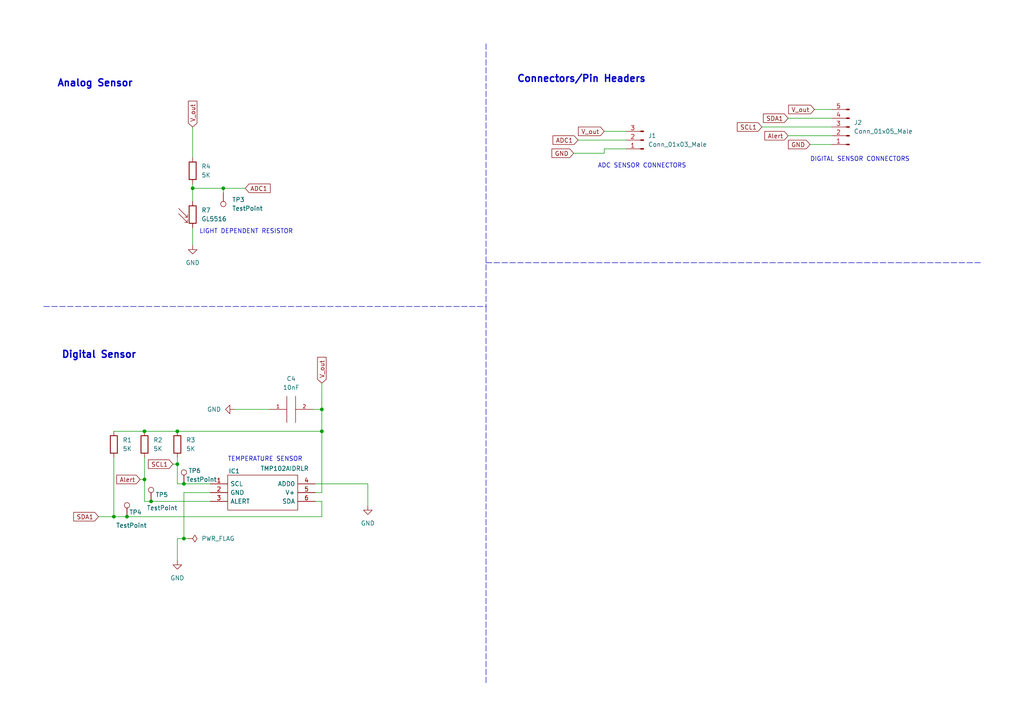
<source format=kicad_sch>
(kicad_sch (version 20211123) (generator eeschema)
  (paper "A4")
  (title_block (title "Sensing SubModule") (date "2022-03-10") (rev "1") (company "University of Cape Town") (comment 4 "Author: Lukhanyo Vena"))
  (lib_symbols
    (symbol "Connector:Conn_01x03_Male" (pin_names (offset 1.016) hide)
      (property "Reference" "J" (at 0 5.08 0))
      (property "Value" "Conn_01x03_Male" (at 0 -5.08 0))
      (symbol "Conn_01x03_Male_1_1"
        (polyline (pts (xy 1.27 -2.54) (xy 0.8636 -2.54)) (stroke (width 0.1524)))
        (polyline (pts (xy 1.27 0) (xy 0.8636 0)) (stroke (width 0.1524)))
        (polyline (pts (xy 1.27 2.54) (xy 0.8636 2.54)) (stroke (width 0.1524)))
        (rectangle (start 0.8636 -2.413) (end 0 -2.667) (stroke (width 0.1524)) (fill (type outline)))
        (rectangle (start 0.8636 0.127) (end 0 -0.127) (stroke (width 0.1524)) (fill (type outline)))
        (rectangle (start 0.8636 2.667) (end 0 2.413) (stroke (width 0.1524)) (fill (type outline)))
        (pin passive line (at 5.08 2.54 180) (length 3.81) (name "Pin_1") (number "1"))
        (pin passive line (at 5.08 0 180) (length 3.81) (name "Pin_2") (number "2"))
        (pin passive line (at 5.08 -2.54 180) (length 3.81) (name "Pin_3") (number "3"))
      )
    )
    (symbol "Connector:Conn_01x05_Male" (pin_names (offset 1.016) hide)
      (property "Reference" "J" (at 0 7.62 0))
      (property "Value" "Conn_01x05_Male" (at 0 -7.62 0))
      (symbol "Conn_01x05_Male_1_1"
        (polyline (pts (xy 1.27 -5.08) (xy 0.8636 -5.08)) (stroke (width 0.1524)))
        (polyline (pts (xy 1.27 -2.54) (xy 0.8636 -2.54)) (stroke (width 0.1524)))
        (polyline (pts (xy 1.27 0) (xy 0.8636 0)) (stroke (width 0.1524)))
        (polyline (pts (xy 1.27 2.54) (xy 0.8636 2.54)) (stroke (width 0.1524)))
        (polyline (pts (xy 1.27 5.08) (xy 0.8636 5.08)) (stroke (width 0.1524)))
        (rectangle (start 0.8636 -4.953) (end 0 -5.207) (stroke (width 0.1524)) (fill (type outline)))
        (rectangle (start 0.8636 -2.413) (end 0 -2.667) (stroke (width 0.1524)) (fill (type outline)))
        (rectangle (start 0.8636 0.127) (end 0 -0.127) (stroke (width 0.1524)) (fill (type outline)))
        (rectangle (start 0.8636 2.667) (end 0 2.413) (stroke (width 0.1524)) (fill (type outline)))
        (rectangle (start 0.8636 5.207) (end 0 4.953) (stroke (width 0.1524)) (fill (type outline)))
        (pin passive line (at 5.08 5.08 180) (length 3.81) (name "Pin_1") (number "1"))
        (pin passive line (at 5.08 2.54 180) (length 3.81) (name "Pin_2") (number "2"))
        (pin passive line (at 5.08 0 180) (length 3.81) (name "Pin_3") (number "3"))
        (pin passive line (at 5.08 -2.54 180) (length 3.81) (name "Pin_4") (number "4"))
        (pin passive line (at 5.08 -5.08 180) (length 3.81) (name "Pin_5") (number "5"))
      )
    )
    (symbol "Connector:TestPoint" (pin_numbers hide) (pin_names (offset 0.762) hide)
      (property "Reference" "TP" (at 0 6.858 0))
      (property "Value" "TestPoint" (at 0 5.08 0))
      (symbol "TestPoint_0_1"
        (circle (center 0 3.302) (radius 0.762))
      )
      (symbol "TestPoint_1_1"
        (pin passive line (at 0 0 90) (length 2.54) (name "1") (number "1"))
      )
    )
    (symbol "Device:R" (pin_numbers hide) (pin_names (offset 0))
      (property "Reference" "R" (at 2.032 0 90))
      (property "Value" "R" (at 0 0 90))
      (symbol "R_0_1"
        (rectangle (start -1.016 -2.54) (end 1.016 2.54) (stroke (width 0.254)))
      )
      (symbol "R_1_1"
        (pin passive line (at 0 3.81 270) (length 1.27) (name "~") (number "1"))
        (pin passive line (at 0 -3.81 90) (length 1.27) (name "~") (number "2"))
      )
    )
    (symbol "Sensor_Optical:LDR03" (pin_numbers hide) (pin_names (offset 0))
      (property "Reference" "R" (at -5.08 0 90))
      (property "Value" "LDR03" (at 1.905 0 90))
      (symbol "LDR03_0_1"
        (rectangle (start -1.016 2.54) (end 1.016 -2.54) (stroke (width 0.254)))
        (polyline (pts (xy -1.524 -2.286) (xy -4.064 0.254)))
        (polyline (pts (xy -1.524 -2.286) (xy -2.286 -2.286)))
        (polyline (pts (xy -1.524 -2.286) (xy -1.524 -1.524)))
        (polyline (pts (xy -1.524 -0.762) (xy -4.064 1.778)))
        (polyline (pts (xy -1.524 -0.762) (xy -2.286 -0.762)))
        (polyline (pts (xy -1.524 -0.762) (xy -1.524 0)))
      )
      (symbol "LDR03_1_1"
        (pin passive line (at 0 3.81 270) (length 1.27) (name "~") (number "1"))
        (pin passive line (at 0 -3.81 90) (length 1.27) (name "~") (number "2"))
      )
    )
    (symbol "TEMP:TMP102AIDRLR" (pin_names (offset 0.762))
      (property "Reference" "IC" (at 26.67 7.62 0))
      (property "Value" "TMP102AIDRLR" (at 26.67 5.08 0))
      (symbol "TMP102AIDRLR_0_0"
        (pin passive line (at 0 0 0) (length 5.08) (name "SCL") (number "1"))
        (pin passive line (at 0 -2.54 0) (length 5.08) (name "GND") (number "2"))
        (pin passive line (at 0 -5.08 0) (length 5.08) (name "ALERT") (number "3"))
        (pin passive line (at 30.48 0 180) (length 5.08) (name "ADD0") (number "4"))
        (pin passive line (at 30.48 -2.54 180) (length 5.08) (name "V+") (number "5"))
        (pin passive line (at 30.48 -5.08 180) (length 5.08) (name "SDA") (number "6"))
      )
      (symbol "TMP102AIDRLR_0_1"
        (polyline (pts (xy 5.08 2.54) (xy 25.4 2.54) (xy 25.4 -7.62) (xy 5.08 -7.62) (xy 5.08 2.54)) (stroke (width 0.1524)))
      )
    )
    (symbol "power:GND" (power) (pin_names (offset 0))
      (property "Value" "GND" (at 0 -3.81 0))
      (symbol "GND_0_1"
        (polyline (pts (xy 0 0) (xy 0 -1.27) (xy 1.27 -1.27) (xy 0 -2.54) (xy -1.27 -1.27) (xy 0 -1.27)))
      )
      (symbol "GND_1_1"
        (pin power_in line (at 0 0 270) (length 0) hide (name "GND") (number "1"))
      )
    )
    (symbol "power:PWR_FLAG" (power) (pin_numbers hide) (pin_names (offset 0) hide)
      (property "Value" "PWR_FLAG" (at 0 3.81 0))
      (symbol "PWR_FLAG_0_0"
        (pin power_out line (at 0 0 90) (length 0) (name "pwr") (number "1"))
      )
      (symbol "PWR_FLAG_0_1"
        (polyline (pts (xy 0 0) (xy 0 1.27) (xy -1.016 1.905) (xy 0 2.54) (xy 1.016 1.905) (xy 0 1.27)))
      )
    )
    (symbol "pspice:CAP" (pin_names (offset 0.254))
      (property "Reference" "C" (at 2.54 3.81 90))
      (property "Value" "CAP" (at 2.54 -3.81 90))
      (symbol "CAP_0_1"
        (polyline (pts (xy -3.81 -1.27) (xy 3.81 -1.27)))
        (polyline (pts (xy -3.81 1.27) (xy 3.81 1.27)))
      )
      (symbol "CAP_1_1"
        (pin passive line (at 0 6.35 270) (length 5.08) (name "~") (number "1"))
        (pin passive line (at 0 -6.35 90) (length 5.08) (name "~") (number "2"))
      )
    )
  )
  (junction (at 64.77 54.61))
  (junction (at 53.34 156.21))
  (junction (at 33.02 149.86))
  (junction (at 51.435 134.62))
  (junction (at 36.83 149.86))
  (junction (at 43.815 145.415))
  (junction (at 41.91 125.095))
  (junction (at 51.435 125.095))
  (junction (at 55.88 54.61))
  (junction (at 53.34 140.335))
  (junction (at 41.91 139.065))
  (junction (at 93.345 125.095))
  (junction (at 93.345 118.745))
  (wire (pts (xy 51.435 125.095) (xy 93.345 125.095)))
  (wire (pts (xy 28.575 149.86) (xy 33.02 149.86)))
  (wire (pts (xy 40.64 139.065) (xy 41.91 139.065)))
  (wire (pts (xy 55.88 53.34) (xy 55.88 54.61)))
  (wire (pts (xy 53.34 142.875) (xy 53.34 156.21)))
  (wire (pts (xy 51.435 134.62) (xy 51.435 140.335)))
  (wire (pts (xy 106.68 140.335) (xy 106.68 146.685)))
  (wire (pts (xy 91.44 140.335) (xy 106.68 140.335)))
  (wire (pts (xy 236.22 31.75) (xy 241.3 31.75)))
  (wire (pts (xy 166.37 44.45) (xy 175.26 44.45)))
  (polyline (pts (xy 140.97 76.2) (xy 284.48 76.2)))
  (wire (pts (xy 175.26 43.18) (xy 181.61 43.18)))
  (wire (pts (xy 93.345 118.745) (xy 93.345 125.095)))
  (wire (pts (xy 228.6 34.29) (xy 241.3 34.29)))
  (wire (pts (xy 50.165 134.62) (xy 51.435 134.62)))
  (wire (pts (xy 51.435 132.715) (xy 51.435 134.62)))
  (wire (pts (xy 234.95 41.91) (xy 241.3 41.91)))
  (wire (pts (xy 33.02 149.86) (xy 33.02 132.715)))
  (wire (pts (xy 90.805 118.745) (xy 93.345 118.745)))
  (wire (pts (xy 55.88 54.61) (xy 64.77 54.61)))
  (wire (pts (xy 93.345 125.095) (xy 93.345 142.875)))
  (wire (pts (xy 78.105 118.745) (xy 67.945 118.745)))
  (wire (pts (xy 91.44 145.415) (xy 93.345 145.415)))
  (wire (pts (xy 91.44 142.875) (xy 93.345 142.875)))
  (wire (pts (xy 55.88 36.83) (xy 55.88 45.72)))
  (wire (pts (xy 64.77 54.61) (xy 71.12 54.61)))
  (wire (pts (xy 41.91 145.415) (xy 43.815 145.415)))
  (wire (pts (xy 41.91 125.095) (xy 33.02 125.095)))
  (wire (pts (xy 60.96 142.875) (xy 53.34 142.875)))
  (wire (pts (xy 53.34 156.21) (xy 54.61 156.21)))
  (polyline (pts (xy 140.97 88.9) (xy 140.97 88.9)))
  (wire (pts (xy 53.34 140.335) (xy 60.96 140.335)))
  (wire (pts (xy 64.77 54.61) (xy 64.77 55.88)))
  (wire (pts (xy 51.435 156.21) (xy 51.435 162.56)))
  (wire (pts (xy 36.83 149.86) (xy 33.02 149.86)))
  (wire (pts (xy 41.91 132.715) (xy 41.91 139.065)))
  (wire (pts (xy 167.64 40.64) (xy 181.61 40.64)))
  (wire (pts (xy 55.88 66.04) (xy 55.88 71.12)))
  (wire (pts (xy 175.26 38.1) (xy 181.61 38.1)))
  (wire (pts (xy 41.91 139.065) (xy 41.91 145.415)))
  (wire (pts (xy 51.435 125.095) (xy 41.91 125.095)))
  (wire (pts (xy 228.6 39.37) (xy 241.3 39.37)))
  (polyline (pts (xy 140.97 88.9) (xy 140.97 198.12)))
  (wire (pts (xy 43.815 145.415) (xy 60.96 145.415)))
  (wire (pts (xy 53.34 156.21) (xy 51.435 156.21)))
  (wire (pts (xy 93.345 111.125) (xy 93.345 118.745)))
  (wire (pts (xy 93.345 149.86) (xy 36.83 149.86)))
  (polyline (pts (xy 12.7 88.9) (xy 140.97 88.9)))
  (wire (pts (xy 51.435 140.335) (xy 53.34 140.335)))
  (polyline (pts (xy 140.97 12.7) (xy 140.97 88.9)))
  (wire (pts (xy 55.88 54.61) (xy 55.88 58.42)))
  (wire (pts (xy 175.26 44.45) (xy 175.26 43.18)))
  (wire (pts (xy 93.345 149.86) (xy 93.345 145.415)))
  (wire (pts (xy 220.98 36.83) (xy 241.3 36.83)))
  (text "TEMPERATURE SENSOR" (at 66.04 133.985 0) (effects (font (size 1.27 1.27)) (justify left bottom)))
  (text "Digital Sensor\n" (at 17.78 104.14 0) (effects (font (size 2 2) bold) (justify left bottom)))
  (text "LIGHT DEPENDENT RESISTOR" (at 57.785 67.945 0) (effects (font (size 1.27 1.27)) (justify left bottom)))
  (text "Connectors/Pin Headers" (at 149.86 24.13 0) (effects (font (size 2 2) bold) (justify left bottom)))
  (text "ADC SENSOR CONNECTORS\n" (at 173.355 48.895 0) (effects (font (size 1.27 1.27)) (justify left bottom)))
  (text "DIGITAL SENSOR CONNECTORS\n" (at 234.95 46.99 0) (effects (font (size 1.27 1.27)) (justify left bottom)))
  (text "Analog Sensor\n" (at 16.51 25.4 0) (effects (font (size 2 2) bold) (justify left bottom)))
  (global_label "Alert" (shape input) (at 40.64 139.065 180) (property "Intersheet References" "${INTERSHEET_REFS}" (effects hide)))
  (global_label "V_out" (shape input) (at 55.88 36.83 90) (property "Intersheet References" "${INTERSHEET_REFS}" (effects hide)))
  (global_label "ADC1" (shape input) (at 167.64 40.64 180) (property "Intersheet References" "${INTERSHEET_REFS}" (effects hide)))
  (global_label "SDA1" (shape input) (at 28.575 149.86 180) (property "Intersheet References" "${INTERSHEET_REFS}" (effects hide)))
  (global_label "V_out" (shape input) (at 236.22 31.75 180) (property "Intersheet References" "${INTERSHEET_REFS}" (effects hide)))
  (global_label "SCL1" (shape input) (at 50.165 134.62 180) (property "Intersheet References" "${INTERSHEET_REFS}" (effects hide)))
  (global_label "Alert" (shape input) (at 228.6 39.37 180) (property "Intersheet References" "${INTERSHEET_REFS}" (effects hide)))
  (global_label "V_out" (shape input) (at 93.345 111.125 90) (property "Intersheet References" "${INTERSHEET_REFS}" (effects hide)))
  (global_label "ADC1" (shape input) (at 71.12 54.61 0) (property "Intersheet References" "${INTERSHEET_REFS}" (effects hide)))
  (global_label "V_out" (shape input) (at 175.26 38.1 180) (property "Intersheet References" "${INTERSHEET_REFS}" (effects hide)))
  (global_label "GND" (shape input) (at 234.95 41.91 180) (property "Intersheet References" "${INTERSHEET_REFS}" (effects hide)))
  (global_label "SDA1" (shape input) (at 228.6 34.29 180) (property "Intersheet References" "${INTERSHEET_REFS}" (effects hide)))
  (global_label "SCL1" (shape input) (at 220.98 36.83 180) (property "Intersheet References" "${INTERSHEET_REFS}" (effects hide)))
  (global_label "GND" (shape input) (at 166.37 44.45 180) (property "Intersheet References" "${INTERSHEET_REFS}" (effects hide)))
  (symbol (lib_id "power:GND") (at 51.435 162.56 0) (unit 1)
    (property "Reference" "#PWR02" (effects hide))
    (property "Value" "GND" (at 51.435 167.64 0))
  )
  (symbol (lib_id "Connector:TestPoint") (at 36.83 149.86 0) (unit 1)
    (property "Reference" "TP4" (at 37.465 148.59 0) (effects (justify left)))
    (property "Value" "TestPoint" (at 33.655 152.4 0) (effects (justify left)))
    (property "Footprint" "TestPoint:TestPoint_Pad_1.0x1.0mm" (effects hide))
  )
  (symbol (lib_id "TEMP:TMP102AIDRLR") (at 60.96 140.335 0) (unit 1)
    (property "Reference" "IC1" (at 67.945 136.6521 0))
    (property "Value" "TMP102AIDRLR" (at 82.55 135.89 0))
    (property "Footprint" "SOTFL50P160X60-6N" (effects hide))
    (property "Datasheet" "http://www.ti.com/lit/gpn/tmp102" (effects hide))
    (property "Description" "1.4V-Capable Temperature Sensor with I2C/SMBus Interface and Alert Function in SOT-563" (effects hide))
    (property "Height" "0.6" (effects hide))
    (property "Manufacturer_Name" "Texas Instruments" (effects hide))
    (property "Manufacturer_Part_Number" "TMP102AIDRLR" (effects hide))
    (property "Mouser Part Number" "595-TMP102AIDRLR" (effects hide))
    (property "Mouser Price/Stock" "https://www.mouser.co.uk/ProductDetail/Texas-Instruments/TMP102AIDRLR?qs=SUwrw6jWmlKK8eMrKfK4LA%3D%3D" (effects hide))
    (property "Arrow Part Number" "TMP102AIDRLR" (effects hide))
    (property "Arrow Price/Stock" "https://www.arrow.com/en/products/tmp102aidrlr/texas-instruments?region=nac" (effects hide))
  )
  (symbol (lib_id "power:PWR_FLAG") (at 54.61 156.21 270) (unit 1)
    (property "Reference" "#FLG0102" (effects hide))
    (property "Value" "PWR_FLAG" (at 58.42 156.2099 90) (effects (justify left)))
  )
  (symbol (lib_id "Connector:TestPoint") (at 64.77 55.88 180) (unit 1)
    (property "Reference" "TP3" (at 67.31 57.9119 0) (effects (justify right)))
    (property "Value" "TestPoint" (at 67.31 60.4519 0) (effects (justify right)))
    (property "Footprint" "TestPoint:TestPoint_Pad_1.0x1.0mm" (effects hide))
  )
  (symbol (lib_id "Device:R") (at 51.435 128.905 0) (unit 1)
    (property "Reference" "R3" (at 53.975 127.6349 0) (effects (justify left)))
    (property "Value" "5K" (at 53.975 130.1749 0) (effects (justify left)))
    (property "Footprint" "R5K:RESC2012X60N" (effects hide))
  )
  (symbol (lib_id "Sensor_Optical:LDR03") (at 55.88 62.23 0) (unit 1)
    (property "Reference" "R7" (at 58.42 60.9599 0) (effects (justify left)))
    (property "Value" "GL5516" (at 58.42 63.4999 0) (effects (justify left)))
    (property "Footprint" "LDR:C125629" (effects hide))
    (property "Datasheet" "http://www.elektronica-componenten.nl/WebRoot/StoreNL/Shops/61422969/54F1/BA0C/C664/31B9/2173/C0A8/2AB9/2AEF/LDR03IMP.pdf" (effects hide))
  )
  (symbol (lib_id "pspice:CAP") (at 84.455 118.745 90) (unit 1)
    (property "Reference" "C4" (at 84.455 109.855 90))
    (property "Value" "10nF" (at 84.455 112.395 90))
    (property "Footprint" "CAP_10NF:CAPC1005X55N" (effects hide))
  )
  (symbol (lib_id "power:GND") (at 106.68 146.685 0) (unit 1)
    (property "Reference" "#PWR03" (effects hide))
    (property "Value" "GND" (at 106.68 151.765 0))
  )
  (symbol (lib_id "Connector:TestPoint") (at 43.815 145.415 0) (unit 1)
    (property "Reference" "TP5" (at 45.085 143.51 0) (effects (justify left)))
    (property "Value" "TestPoint" (at 42.545 147.32 0) (effects (justify left)))
    (property "Footprint" "TestPoint:TestPoint_Pad_1.0x1.0mm" (effects hide))
  )
  (symbol (lib_id "Connector:TestPoint") (at 53.34 140.335 0) (unit 1)
    (property "Reference" "TP6" (at 54.61 136.525 0) (effects (justify left)))
    (property "Value" "TestPoint" (at 53.975 139.065 0) (effects (justify left)))
    (property "Footprint" "TestPoint:TestPoint_Pad_1.0x1.0mm" (effects hide))
  )
  (symbol (lib_id "Device:R") (at 41.91 128.905 0) (unit 1)
    (property "Reference" "R2" (at 44.45 127.6349 0) (effects (justify left)))
    (property "Value" "5K" (at 44.45 130.1749 0) (effects (justify left)))
    (property "Footprint" "R5K:RESC2012X60N" (effects hide))
  )
  (symbol (lib_id "Connector:Conn_01x05_Male") (at 246.38 36.83 180) (unit 1)
    (property "Reference" "J2" (at 247.65 35.5599 0) (effects (justify right)))
    (property "Value" "Conn_01x05_Male" (at 247.65 38.0999 0) (effects (justify right)))
    (property "Footprint" "Connector_PinHeader_1.00mm:PinHeader_1x05_P1.00mm_Vertical_SMD_Pin1Left" (effects hide))
  )
  (symbol (lib_id "power:GND") (at 55.88 71.12 0) (unit 1)
    (property "Reference" "#PWR0101" (effects hide))
    (property "Value" "GND" (at 55.88 76.2 0))
  )
  (symbol (lib_id "Connector:Conn_01x03_Male") (at 186.69 40.64 180) (unit 1)
    (property "Reference" "J1" (at 187.96 39.3699 0) (effects (justify right)))
    (property "Value" "Conn_01x03_Male" (at 187.96 41.9099 0) (effects (justify right)))
    (property "Footprint" "Connector_PinHeader_1.00mm:PinHeader_1x03_P1.00mm_Vertical_SMD_Pin1Left" (effects hide))
  )
  (symbol (lib_id "Device:R") (at 55.88 49.53 0) (unit 1)
    (property "Reference" "R4" (at 58.42 48.2599 0) (effects (justify left)))
    (property "Value" "5K" (at 58.42 50.7999 0) (effects (justify left)))
    (property "Footprint" "R5K:RESC2012X60N" (effects hide))
  )
  (symbol (lib_id "power:GND") (at 67.945 118.745 270) (unit 1)
    (property "Reference" "#PWR01" (effects hide))
    (property "Value" "GND" (at 64.135 118.7449 90) (effects (justify right)))
  )
  (symbol (lib_id "Device:R") (at 33.02 128.905 0) (unit 1)
    (property "Reference" "R1" (at 35.56 127.6349 0) (effects (justify left)))
    (property "Value" "5K" (at 35.56 130.1749 0) (effects (justify left)))
    (property "Footprint" "R5K:RESC2012X60N" (effects hide))
  )
)
</source>
